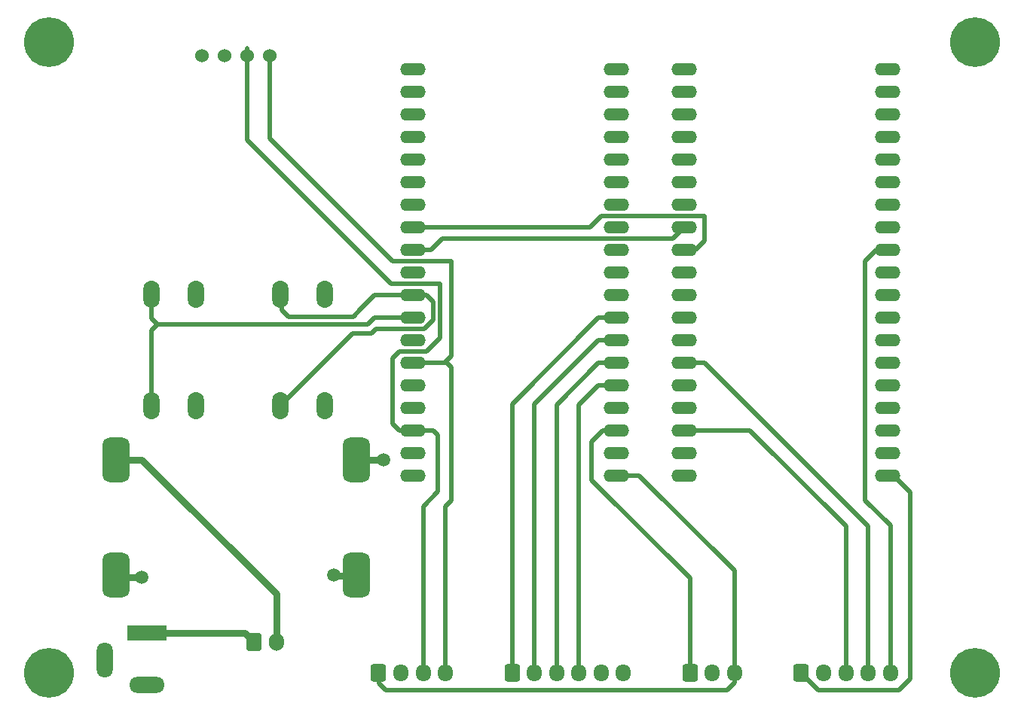
<source format=gbr>
%TF.GenerationSoftware,KiCad,Pcbnew,7.0.2*%
%TF.CreationDate,2023-09-15T09:46:50+02:00*%
%TF.ProjectId,opendaq_carrier_1.0,6f70656e-6461-4715-9f63-617272696572,rev?*%
%TF.SameCoordinates,Original*%
%TF.FileFunction,Copper,L1,Top*%
%TF.FilePolarity,Positive*%
%FSLAX46Y46*%
G04 Gerber Fmt 4.6, Leading zero omitted, Abs format (unit mm)*
G04 Created by KiCad (PCBNEW 7.0.2) date 2023-09-15 09:46:50*
%MOMM*%
%LPD*%
G01*
G04 APERTURE LIST*
G04 Aperture macros list*
%AMRoundRect*
0 Rectangle with rounded corners*
0 $1 Rounding radius*
0 $2 $3 $4 $5 $6 $7 $8 $9 X,Y pos of 4 corners*
0 Add a 4 corners polygon primitive as box body*
4,1,4,$2,$3,$4,$5,$6,$7,$8,$9,$2,$3,0*
0 Add four circle primitives for the rounded corners*
1,1,$1+$1,$2,$3*
1,1,$1+$1,$4,$5*
1,1,$1+$1,$6,$7*
1,1,$1+$1,$8,$9*
0 Add four rect primitives between the rounded corners*
20,1,$1+$1,$2,$3,$4,$5,0*
20,1,$1+$1,$4,$5,$6,$7,0*
20,1,$1+$1,$6,$7,$8,$9,0*
20,1,$1+$1,$8,$9,$2,$3,0*%
G04 Aperture macros list end*
%TA.AperFunction,ComponentPad*%
%ADD10O,2.844800X1.422400*%
%TD*%
%TA.AperFunction,ComponentPad*%
%ADD11C,5.600000*%
%TD*%
%TA.AperFunction,ComponentPad*%
%ADD12O,1.850000X3.048000*%
%TD*%
%TA.AperFunction,ComponentPad*%
%ADD13RoundRect,0.250000X-0.600000X-0.725000X0.600000X-0.725000X0.600000X0.725000X-0.600000X0.725000X0*%
%TD*%
%TA.AperFunction,ComponentPad*%
%ADD14O,1.700000X1.950000*%
%TD*%
%TA.AperFunction,ComponentPad*%
%ADD15RoundRect,0.250000X-0.600000X-0.750000X0.600000X-0.750000X0.600000X0.750000X-0.600000X0.750000X0*%
%TD*%
%TA.AperFunction,ComponentPad*%
%ADD16O,1.700000X2.000000*%
%TD*%
%TA.AperFunction,ComponentPad*%
%ADD17C,1.524000*%
%TD*%
%TA.AperFunction,SMDPad,CuDef*%
%ADD18RoundRect,0.750000X-0.750000X-1.750000X0.750000X-1.750000X0.750000X1.750000X-0.750000X1.750000X0*%
%TD*%
%TA.AperFunction,ComponentPad*%
%ADD19R,4.400000X1.800000*%
%TD*%
%TA.AperFunction,ComponentPad*%
%ADD20O,4.000000X1.800000*%
%TD*%
%TA.AperFunction,ComponentPad*%
%ADD21O,1.800000X4.000000*%
%TD*%
%TA.AperFunction,ViaPad*%
%ADD22C,1.500000*%
%TD*%
%TA.AperFunction,Conductor*%
%ADD23C,0.250000*%
%TD*%
%TA.AperFunction,Conductor*%
%ADD24C,0.500000*%
%TD*%
%TA.AperFunction,Conductor*%
%ADD25C,0.750000*%
%TD*%
G04 APERTURE END LIST*
D10*
%TO.P,U2,3V3,3.3V*%
%TO.N,Net-(J4-Pin_1)*%
X189200000Y-97790000D03*
%TO.P,U2,EN,EN*%
%TO.N,unconnected-(U2-PadEN)*%
X189200000Y-95250000D03*
%TO.P,U2,GND@1,GND@1*%
%TO.N,unconnected-(U2-PadGND@1)*%
X189200000Y-64770000D03*
%TO.P,U2,GND@2,GND@2*%
%TO.N,GND*%
X166370000Y-97790000D03*
%TO.P,U2,GND@3,GND@3*%
%TO.N,unconnected-(U2-PadGND@3)*%
X166370000Y-82550000D03*
%TO.P,U2,GPIO0,GPIO0*%
%TO.N,unconnected-(U2-PadGPIO0)*%
X166370000Y-64770000D03*
%TO.P,U2,GPIO2,GPIO2*%
%TO.N,unconnected-(U2-PadGPIO2)*%
X166370000Y-62230000D03*
%TO.P,U2,GPIO4,GPIO4*%
%TO.N,unconnected-(U2-PadGPIO4)*%
X166370000Y-67310000D03*
%TO.P,U2,GPIO5,GPIO5*%
%TO.N,unconnected-(U2-PadGPIO5)*%
X166370000Y-74930000D03*
%TO.P,U2,GPIO6,GPIO6*%
%TO.N,unconnected-(U2-PadGPIO6)*%
X166370000Y-52070000D03*
%TO.P,U2,GPIO7,GPIO7*%
%TO.N,unconnected-(U2-PadGPIO7)*%
X166370000Y-54610000D03*
%TO.P,U2,GPIO8,GPIO8*%
%TO.N,unconnected-(U2-PadGPIO8)*%
X166370000Y-57150000D03*
%TO.P,U2,GPIO9,GPIO9*%
%TO.N,unconnected-(U2-PadGPIO9)*%
X189200000Y-59690000D03*
%TO.P,U2,GPIO10,GPIO10*%
%TO.N,unconnected-(U2-PadGPIO10)*%
X189200000Y-57150000D03*
%TO.P,U2,GPIO11,GPIO11*%
%TO.N,unconnected-(U2-PadGPIO11)*%
X189200000Y-54610000D03*
%TO.P,U2,GPIO12,GPIO12*%
%TO.N,unconnected-(U2-PadGPIO12)*%
X189200000Y-67310000D03*
%TO.P,U2,GPIO13,GPIO13*%
%TO.N,unconnected-(U2-PadGPIO13)*%
X189200000Y-62230000D03*
%TO.P,U2,GPIO14,GPIO14*%
%TO.N,unconnected-(U2-PadGPIO14)*%
X189200000Y-69850000D03*
%TO.P,U2,GPIO15,GPIO15*%
%TO.N,unconnected-(U2-PadGPIO15)*%
X166370000Y-59690000D03*
%TO.P,U2,GPIO16,GPIO16*%
%TO.N,TX*%
X166370000Y-69850000D03*
%TO.P,U2,GPIO17,GPIO17*%
%TO.N,RX*%
X166370000Y-72390000D03*
%TO.P,U2,GPIO18,GPIO18*%
%TO.N,unconnected-(U2-PadGPIO18)*%
X166370000Y-77470000D03*
%TO.P,U2,GPIO19,GPIO19*%
%TO.N,unconnected-(U2-PadGPIO19)*%
X166370000Y-80010000D03*
%TO.P,U2,GPIO21,GPIO21*%
%TO.N,Net-(J4-Pin_4)*%
X166370000Y-85090000D03*
%TO.P,U2,GPIO22,GPIO22*%
%TO.N,Net-(J4-Pin_3)*%
X166370000Y-92710000D03*
%TO.P,U2,GPIO23,GPIO23*%
%TO.N,unconnected-(U2-PadGPIO23)*%
X166370000Y-95250000D03*
%TO.P,U2,GPIO25,GPIO25*%
%TO.N,unconnected-(U2-PadGPIO25)*%
X189200000Y-77470000D03*
%TO.P,U2,GPIO26,GPIO26*%
%TO.N,unconnected-(U2-PadGPIO26)*%
X189200000Y-74930000D03*
%TO.P,U2,GPIO27,GPIO27*%
%TO.N,Net-(J4-Pin_5)*%
X189200000Y-72390000D03*
%TO.P,U2,GPIO32,GPIO32*%
%TO.N,unconnected-(U2-PadGPIO32)*%
X189200000Y-82550000D03*
%TO.P,U2,GPIO33,GPIO33*%
%TO.N,unconnected-(U2-PadGPIO33)*%
X189200000Y-80010000D03*
%TO.P,U2,GPIO34,GPIO34*%
%TO.N,unconnected-(U2-PadGPIO34)*%
X189200000Y-87630000D03*
%TO.P,U2,GPIO35,GPIO35*%
%TO.N,unconnected-(U2-PadGPIO35)*%
X189200000Y-85090000D03*
%TO.P,U2,GPIO36,GPIO36*%
%TO.N,unconnected-(U2-PadGPIO36)*%
X189200000Y-92710000D03*
%TO.P,U2,GPIO39,GPIO39*%
%TO.N,unconnected-(U2-PadGPIO39)*%
X189200000Y-90170000D03*
%TO.P,U2,RX0,RX0*%
%TO.N,unconnected-(U2-PadRX0)*%
X166370000Y-87630000D03*
%TO.P,U2,TX0,TX0*%
%TO.N,unconnected-(U2-PadTX0)*%
X166370000Y-90170000D03*
%TO.P,U2,VIN,VIN*%
%TO.N,VIN*%
X189200000Y-52070000D03*
%TD*%
D11*
%TO.P,H1,1*%
%TO.N,N/C*%
X95000000Y-49000000D03*
%TD*%
%TO.P,H3,1*%
%TO.N,N/C*%
X199000000Y-120000000D03*
%TD*%
D10*
%TO.P,U1,3V3,3.3V*%
%TO.N,Net-(J1-Pin_3)*%
X158720000Y-97790000D03*
%TO.P,U1,EN,EN*%
%TO.N,unconnected-(U1-PadEN)*%
X158720000Y-95250000D03*
%TO.P,U1,GND@1,GND@1*%
%TO.N,unconnected-(U1-PadGND@1)*%
X158720000Y-64770000D03*
%TO.P,U1,GND@2,GND@2*%
%TO.N,GND*%
X135890000Y-97790000D03*
%TO.P,U1,GND@3,GND@3*%
%TO.N,unconnected-(U1-PadGND@3)*%
X135890000Y-82550000D03*
%TO.P,U1,GPIO0,GPIO0*%
%TO.N,unconnected-(U1-PadGPIO0)*%
X135890000Y-64770000D03*
%TO.P,U1,GPIO2,GPIO2*%
%TO.N,unconnected-(U1-PadGPIO2)*%
X135890000Y-62230000D03*
%TO.P,U1,GPIO4,GPIO4*%
%TO.N,unconnected-(U1-PadGPIO4)*%
X135890000Y-67310000D03*
%TO.P,U1,GPIO5,GPIO5*%
%TO.N,unconnected-(U1-PadGPIO5)*%
X135890000Y-74930000D03*
%TO.P,U1,GPIO6,GPIO6*%
%TO.N,unconnected-(U1-PadGPIO6)*%
X135890000Y-52070000D03*
%TO.P,U1,GPIO7,GPIO7*%
%TO.N,unconnected-(U1-PadGPIO7)*%
X135890000Y-54610000D03*
%TO.P,U1,GPIO8,GPIO8*%
%TO.N,unconnected-(U1-PadGPIO8)*%
X135890000Y-57150000D03*
%TO.P,U1,GPIO9,GPIO9*%
%TO.N,unconnected-(U1-PadGPIO9)*%
X158720000Y-59690000D03*
%TO.P,U1,GPIO10,GPIO10*%
%TO.N,unconnected-(U1-PadGPIO10)*%
X158720000Y-57150000D03*
%TO.P,U1,GPIO11,GPIO11*%
%TO.N,unconnected-(U1-PadGPIO11)*%
X158720000Y-54610000D03*
%TO.P,U1,GPIO12,GPIO12*%
%TO.N,unconnected-(U1-PadGPIO12)*%
X158720000Y-67310000D03*
%TO.P,U1,GPIO13,GPIO13*%
%TO.N,unconnected-(U1-PadGPIO13)*%
X158720000Y-62230000D03*
%TO.P,U1,GPIO14,GPIO14*%
%TO.N,unconnected-(U1-PadGPIO14)*%
X158720000Y-69850000D03*
%TO.P,U1,GPIO15,GPIO15*%
%TO.N,unconnected-(U1-PadGPIO15)*%
X135890000Y-59690000D03*
%TO.P,U1,GPIO16,GPIO16*%
%TO.N,RX*%
X135890000Y-69850000D03*
%TO.P,U1,GPIO17,GPIO17*%
%TO.N,TX*%
X135890000Y-72390000D03*
%TO.P,U1,GPIO18,GPIO18*%
%TO.N,Net-(SW2-Pad1)*%
X135890000Y-77470000D03*
%TO.P,U1,GPIO19,GPIO19*%
%TO.N,Net-(SW1-Pad1)*%
X135890000Y-80010000D03*
%TO.P,U1,GPIO21,GPIO21*%
%TO.N,Net-(J3-Pin_4)*%
X135890000Y-85090000D03*
%TO.P,U1,GPIO22,GPIO22*%
%TO.N,Net-(J3-Pin_3)*%
X135890000Y-92710000D03*
%TO.P,U1,GPIO23,GPIO23*%
%TO.N,unconnected-(U1-PadGPIO23)*%
X135890000Y-95250000D03*
%TO.P,U1,GPIO25,GPIO25*%
%TO.N,unconnected-(U1-PadGPIO25)*%
X158720000Y-77470000D03*
%TO.P,U1,GPIO26,GPIO26*%
%TO.N,unconnected-(U1-PadGPIO26)*%
X158720000Y-74930000D03*
%TO.P,U1,GPIO27,GPIO27*%
%TO.N,unconnected-(U1-PadGPIO27)*%
X158720000Y-72390000D03*
%TO.P,U1,GPIO32,GPIO32*%
%TO.N,Net-(J5-Pin_2)*%
X158720000Y-82550000D03*
%TO.P,U1,GPIO33,GPIO33*%
%TO.N,Net-(J5-Pin_1)*%
X158720000Y-80010000D03*
%TO.P,U1,GPIO34,GPIO34*%
%TO.N,Net-(J5-Pin_4)*%
X158720000Y-87630000D03*
%TO.P,U1,GPIO35,GPIO35*%
%TO.N,Net-(J5-Pin_3)*%
X158720000Y-85090000D03*
%TO.P,U1,GPIO36,GPIO36*%
%TO.N,Net-(J1-Pin_1)*%
X158720000Y-92710000D03*
%TO.P,U1,GPIO39,GPIO39*%
%TO.N,unconnected-(U1-PadGPIO39)*%
X158720000Y-90170000D03*
%TO.P,U1,RX0,RX0*%
%TO.N,unconnected-(U1-PadRX0)*%
X135890000Y-87630000D03*
%TO.P,U1,TX0,TX0*%
%TO.N,unconnected-(U1-PadTX0)*%
X135890000Y-90170000D03*
%TO.P,U1,VIN,VIN*%
%TO.N,VIN*%
X158720000Y-52070000D03*
%TD*%
D12*
%TO.P,SW2,1,1*%
%TO.N,Net-(SW2-Pad1)*%
X120984000Y-89916000D03*
X120984000Y-77416000D03*
%TO.P,SW2,2,2*%
%TO.N,GND*%
X125984000Y-89916000D03*
X125984000Y-77416000D03*
%TD*%
D13*
%TO.P,J1,1,Pin_1*%
%TO.N,Net-(J1-Pin_1)*%
X167000000Y-120000000D03*
D14*
%TO.P,J1,2,Pin_2*%
%TO.N,GND*%
X169500000Y-120000000D03*
%TO.P,J1,3,Pin_3*%
%TO.N,Net-(J1-Pin_3)*%
X172000000Y-120000000D03*
%TD*%
D15*
%TO.P,J6,1,Pin_1*%
%TO.N,Net-(J6-Pin_1)*%
X118000000Y-116500000D03*
D16*
%TO.P,J6,2,Pin_2*%
%TO.N,Net-(J6-Pin_2)*%
X120500000Y-116500000D03*
%TD*%
D13*
%TO.P,J4,1,Pin_1*%
%TO.N,Net-(J4-Pin_1)*%
X179500000Y-120000000D03*
D14*
%TO.P,J4,2,Pin_2*%
%TO.N,GND*%
X182000000Y-120000000D03*
%TO.P,J4,3,Pin_3*%
%TO.N,Net-(J4-Pin_3)*%
X184500000Y-120000000D03*
%TO.P,J4,4,Pin_4*%
%TO.N,Net-(J4-Pin_4)*%
X187000000Y-120000000D03*
%TO.P,J4,5,Pin_5*%
%TO.N,Net-(J4-Pin_5)*%
X189500000Y-120000000D03*
%TD*%
D11*
%TO.P,H2,1*%
%TO.N,N/C*%
X95000000Y-120000000D03*
%TD*%
%TO.P,H4,1*%
%TO.N,N/C*%
X199000000Y-49000000D03*
%TD*%
D17*
%TO.P,U5,1,GND*%
%TO.N,GND*%
X112174000Y-50546000D03*
%TO.P,U5,2,Vcc*%
%TO.N,VIN*%
X114714000Y-50546000D03*
%TO.P,U5,3,SCL*%
%TO.N,Net-(J3-Pin_3)*%
X117254000Y-50546000D03*
%TO.P,U5,4,SDA*%
%TO.N,Net-(J3-Pin_4)*%
X119794000Y-50546000D03*
%TD*%
D18*
%TO.P,U3,1,Vin+*%
%TO.N,Net-(J6-Pin_2)*%
X102500000Y-96000000D03*
%TO.P,U3,2,Vin-*%
%TO.N,GND*%
X102500000Y-109000000D03*
%TO.P,U3,3,Vout-*%
X129500000Y-109000000D03*
%TO.P,U3,4,Vout+*%
%TO.N,VIN*%
X129500000Y-96000000D03*
%TD*%
D14*
%TO.P,J5,6,Pin_6*%
%TO.N,VIN*%
X159500000Y-120000000D03*
%TO.P,J5,5,Pin_5*%
%TO.N,GND*%
X157000000Y-120000000D03*
%TO.P,J5,4,Pin_4*%
%TO.N,Net-(J5-Pin_4)*%
X154500000Y-120000000D03*
%TO.P,J5,3,Pin_3*%
%TO.N,Net-(J5-Pin_3)*%
X152000000Y-120000000D03*
%TO.P,J5,2,Pin_2*%
%TO.N,Net-(J5-Pin_2)*%
X149500000Y-120000000D03*
D13*
%TO.P,J5,1,Pin_1*%
%TO.N,Net-(J5-Pin_1)*%
X147000000Y-120000000D03*
%TD*%
%TO.P,J3,1,Pin_1*%
%TO.N,Net-(J1-Pin_3)*%
X132000000Y-120000000D03*
D14*
%TO.P,J3,2,Pin_2*%
%TO.N,GND*%
X134500000Y-120000000D03*
%TO.P,J3,3,Pin_3*%
%TO.N,Net-(J3-Pin_3)*%
X137000000Y-120000000D03*
%TO.P,J3,4,Pin_4*%
%TO.N,Net-(J3-Pin_4)*%
X139500000Y-120000000D03*
%TD*%
D12*
%TO.P,SW1,1,1*%
%TO.N,Net-(SW1-Pad1)*%
X106484000Y-89916000D03*
X106484000Y-77416000D03*
%TO.P,SW1,2,2*%
%TO.N,GND*%
X111484000Y-89916000D03*
X111484000Y-77416000D03*
%TD*%
D19*
%TO.P,J2,1*%
%TO.N,Net-(J6-Pin_1)*%
X106000000Y-115500000D03*
D20*
%TO.P,J2,2*%
%TO.N,GND*%
X106000000Y-121300000D03*
D21*
%TO.P,J2,3*%
%TO.N,unconnected-(J2-Pad3)*%
X101200000Y-118500000D03*
%TD*%
D22*
%TO.N,GND*%
X127000000Y-108966000D03*
X105410000Y-109220000D03*
%TO.N,VIN*%
X132588000Y-96012000D03*
%TD*%
D23*
%TO.N,GND*%
X127000000Y-108966000D02*
X127046000Y-109012000D01*
D24*
%TO.N,Net-(J1-Pin_3)*%
X172000000Y-108500000D02*
X161290000Y-97790000D01*
X172000000Y-120000000D02*
X172000000Y-121116000D01*
X172000000Y-121116000D02*
X171196000Y-121920000D01*
X171196000Y-121920000D02*
X132842000Y-121920000D01*
X132842000Y-121920000D02*
X132080000Y-121158000D01*
X159385000Y-97790000D02*
X161290000Y-97790000D01*
X132080000Y-121158000D02*
X132080000Y-120142000D01*
X172000000Y-120000000D02*
X172000000Y-108500000D01*
D25*
%TO.N,GND*%
X103002000Y-109220000D02*
X105410000Y-109220000D01*
X127046000Y-109012000D02*
X129794000Y-109012000D01*
D23*
X102794000Y-109012000D02*
X103002000Y-109220000D01*
D24*
%TO.N,RX*%
X168656000Y-68580000D02*
X168656000Y-71374000D01*
X168656000Y-71374000D02*
X167640000Y-72390000D01*
X157035500Y-68580000D02*
X168656000Y-68580000D01*
X155765500Y-69850000D02*
X157035500Y-68580000D01*
X135890000Y-69850000D02*
X155765500Y-69850000D01*
X167640000Y-72390000D02*
X166370000Y-72390000D01*
%TO.N,Net-(SW1-Pad1)*%
X107188000Y-80772000D02*
X130810000Y-80772000D01*
X106490000Y-80074000D02*
X107188000Y-80772000D01*
X106490000Y-77624000D02*
X106490000Y-80074000D01*
X106484000Y-89916000D02*
X106484000Y-81476000D01*
X130810000Y-80772000D02*
X131572000Y-80010000D01*
X106484000Y-81476000D02*
X107188000Y-80772000D01*
X131572000Y-80010000D02*
X135890000Y-80010000D01*
%TO.N,Net-(J3-Pin_4)*%
X139500000Y-101292000D02*
X140208000Y-100584000D01*
X119794000Y-59182000D02*
X119794000Y-59850000D01*
X133604000Y-73660000D02*
X140208000Y-73660000D01*
X140208000Y-100584000D02*
X140208000Y-85598000D01*
X140208000Y-85598000D02*
X139700000Y-85090000D01*
X140208000Y-73660000D02*
X140208000Y-84328000D01*
X119794000Y-50546000D02*
X119794000Y-59850000D01*
X119794000Y-59850000D02*
X133604000Y-73660000D01*
X139700000Y-85090000D02*
X139446000Y-85090000D01*
X140208000Y-84328000D02*
X139446000Y-85090000D01*
X139500000Y-120000000D02*
X139500000Y-101292000D01*
X139446000Y-85090000D02*
X135890000Y-85090000D01*
%TO.N,Net-(J5-Pin_2)*%
X149500000Y-89768000D02*
X156718000Y-82550000D01*
X156718000Y-82550000D02*
X158750000Y-82550000D01*
X149500000Y-120000000D02*
X149500000Y-89768000D01*
%TO.N,Net-(J5-Pin_1)*%
X156718000Y-80010000D02*
X158750000Y-80010000D01*
X147000000Y-120000000D02*
X147000000Y-89728000D01*
X147000000Y-89728000D02*
X156718000Y-80010000D01*
%TO.N,Net-(J5-Pin_4)*%
X154500000Y-89848000D02*
X156718000Y-87630000D01*
X156718000Y-87630000D02*
X158750000Y-87630000D01*
X154500000Y-120000000D02*
X154500000Y-89848000D01*
%TO.N,Net-(J5-Pin_3)*%
X152000000Y-120000000D02*
X152000000Y-89808000D01*
X152000000Y-89808000D02*
X156718000Y-85090000D01*
X156718000Y-85090000D02*
X158750000Y-85090000D01*
%TO.N,Net-(J1-Pin_1)*%
X155956000Y-93980000D02*
X157226000Y-92710000D01*
X167000000Y-120000000D02*
X167000000Y-109342000D01*
X159385000Y-92710000D02*
X157226000Y-92710000D01*
X155956000Y-98298000D02*
X155956000Y-93980000D01*
X167000000Y-109342000D02*
X155956000Y-98298000D01*
D25*
%TO.N,VIN*%
X129794000Y-96012000D02*
X132334000Y-96012000D01*
D24*
%TO.N,Net-(J4-Pin_1)*%
X191770000Y-120650000D02*
X190500000Y-121920000D01*
X191770000Y-99695000D02*
X191770000Y-120650000D01*
X189865000Y-97790000D02*
X191770000Y-99695000D01*
X190500000Y-121920000D02*
X181420000Y-121920000D01*
X181420000Y-121920000D02*
X179500000Y-120000000D01*
%TO.N,Net-(J4-Pin_4)*%
X186690000Y-103124000D02*
X168656000Y-85090000D01*
X168656000Y-85090000D02*
X166370000Y-85090000D01*
X187000000Y-120000000D02*
X187000000Y-103434000D01*
X187000000Y-103434000D02*
X186690000Y-103124000D01*
%TO.N,Net-(J4-Pin_3)*%
X173736000Y-92710000D02*
X166370000Y-92710000D01*
X184500000Y-120000000D02*
X184500000Y-103474000D01*
X184500000Y-103474000D02*
X173736000Y-92710000D01*
%TO.N,Net-(J4-Pin_5)*%
X186690000Y-73660000D02*
X186690000Y-100584000D01*
X189230000Y-72390000D02*
X187960000Y-72390000D01*
X187960000Y-72390000D02*
X186690000Y-73660000D01*
X189500000Y-103394000D02*
X189500000Y-120000000D01*
X186690000Y-100584000D02*
X189500000Y-103394000D01*
D25*
%TO.N,Net-(J6-Pin_1)*%
X118000000Y-116500000D02*
X117000000Y-115500000D01*
X117000000Y-115500000D02*
X106000000Y-115500000D01*
%TO.N,Net-(J6-Pin_2)*%
X105410000Y-96012000D02*
X102794000Y-96012000D01*
X120500000Y-111102000D02*
X105410000Y-96012000D01*
X120500000Y-116500000D02*
X120500000Y-111102000D01*
D24*
%TO.N,Net-(J3-Pin_3)*%
X133604000Y-84582000D02*
X133604000Y-91948000D01*
X117254000Y-60020000D02*
X133434000Y-76200000D01*
X138938000Y-82296000D02*
X137414000Y-83820000D01*
X117254000Y-59436000D02*
X117254000Y-60020000D01*
X138176000Y-92710000D02*
X135890000Y-92710000D01*
X137414000Y-83820000D02*
X134366000Y-83820000D01*
X133604000Y-91948000D02*
X134366000Y-92710000D01*
X117254000Y-49686000D02*
X117254000Y-60020000D01*
X134366000Y-92710000D02*
X135890000Y-92710000D01*
X138938000Y-76200000D02*
X138938000Y-82296000D01*
X133434000Y-76200000D02*
X138938000Y-76200000D01*
X137000000Y-120000000D02*
X137000000Y-101252000D01*
X134366000Y-83820000D02*
X133604000Y-84582000D01*
X137000000Y-101252000D02*
X138684000Y-99568000D01*
X138684000Y-93218000D02*
X138176000Y-92710000D01*
X138684000Y-99568000D02*
X138684000Y-93218000D01*
%TO.N,Net-(SW2-Pad1)*%
X121904000Y-79910000D02*
X129132000Y-79910000D01*
X138176000Y-80264000D02*
X138176000Y-78232000D01*
X129132000Y-79910000D02*
X130048000Y-78994000D01*
X131191000Y-81788000D02*
X131699000Y-81280000D01*
X137414000Y-77470000D02*
X135890000Y-77470000D01*
X121142000Y-79148000D02*
X121904000Y-79910000D01*
X131572000Y-77470000D02*
X135890000Y-77470000D01*
X121142000Y-77624000D02*
X121142000Y-79148000D01*
X137160000Y-81280000D02*
X138176000Y-80264000D01*
X131699000Y-81280000D02*
X137160000Y-81280000D01*
X138176000Y-78232000D02*
X137414000Y-77470000D01*
X130048000Y-78994000D02*
X131572000Y-77470000D01*
X120984000Y-89916000D02*
X129112000Y-81788000D01*
X129112000Y-81788000D02*
X131191000Y-81788000D01*
%TO.N,TX*%
X137922000Y-72390000D02*
X135890000Y-72390000D01*
X138684000Y-71628000D02*
X139192000Y-71120000D01*
X165100000Y-71120000D02*
X166370000Y-69850000D01*
X139192000Y-71120000D02*
X165100000Y-71120000D01*
X138684000Y-71628000D02*
X137922000Y-72390000D01*
%TD*%
M02*

</source>
